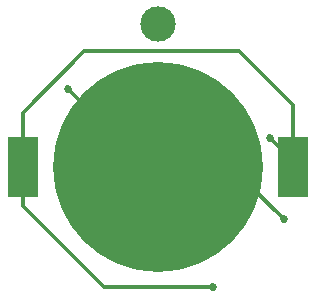
<source format=gbl>
G04 #@! TF.FileFunction,Copper,L2,Bot,Signal*
%FSLAX46Y46*%
G04 Gerber Fmt 4.6, Leading zero omitted, Abs format (unit mm)*
G04 Created by KiCad (PCBNEW 4.0.7) date 01/16/18 07:36:33*
%MOMM*%
%LPD*%
G01*
G04 APERTURE LIST*
%ADD10C,0.100000*%
%ADD11C,17.780000*%
%ADD12R,2.540000X5.080000*%
%ADD13C,3.000000*%
%ADD14C,0.685800*%
%ADD15C,0.304800*%
G04 APERTURE END LIST*
D10*
D11*
X207645000Y-93345000D03*
D12*
X219075000Y-93345000D03*
X196215000Y-93345000D03*
D13*
X207645000Y-81280000D03*
D14*
X200025000Y-86741000D03*
X218313000Y-97790000D03*
X212344000Y-103505000D03*
X217170000Y-90932000D03*
D15*
X200025000Y-86741000D02*
X206629000Y-93345000D01*
X206629000Y-93345000D02*
X207645000Y-93345000D01*
X218313000Y-97790000D02*
X213868000Y-93345000D01*
X213868000Y-93345000D02*
X207645000Y-93345000D01*
X202184000Y-102616000D02*
X203073000Y-103505000D01*
X202184000Y-102616000D02*
X196215000Y-96647000D01*
X196215000Y-93345000D02*
X196215000Y-96647000D01*
X203073000Y-103505000D02*
X212344000Y-103505000D01*
X217170000Y-90932000D02*
X219075000Y-92837000D01*
X219075000Y-92837000D02*
X219075000Y-93345000D01*
X219075000Y-93345000D02*
X219075000Y-88138000D01*
X219075000Y-88138000D02*
X214503000Y-83566000D01*
X214503000Y-83566000D02*
X201422000Y-83566000D01*
X201422000Y-83566000D02*
X196215000Y-88773000D01*
X196215000Y-88773000D02*
X196215000Y-93345000D01*
M02*

</source>
